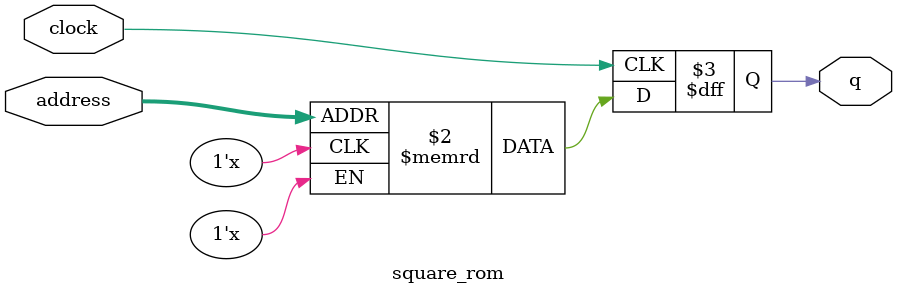
<source format=sv>
module square_rom (
	input logic clock,
	input logic [13:0] address,
	output logic [0:0] q
);

logic [0:0] memory [0:10799] /* synthesis ram_init_file = "./Modules/ROMs/square/square.mif" */;

always_ff @ (posedge clock) begin
	q <= memory[address];
end

endmodule

</source>
